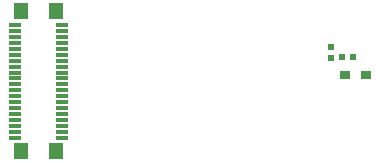
<source format=gbp>
%FSLAX25Y25*%
%MOIN*%
G70*
G01*
G75*
G04 Layer_Color=128*
%ADD10C,0.01713*%
%ADD11R,0.01969X0.01969*%
%ADD12R,0.01969X0.01969*%
%ADD13O,0.02756X0.01181*%
%ADD14O,0.01181X0.02756*%
%ADD15R,0.04724X0.06693*%
%ADD16R,0.03543X0.03150*%
%ADD17R,0.03150X0.03543*%
%ADD18R,0.03937X0.07874*%
%ADD19R,0.02362X0.01969*%
%ADD20R,0.06693X0.03150*%
%ADD21C,0.00787*%
%ADD22R,0.18504X0.18504*%
%ADD23R,0.04134X0.04134*%
%ADD24R,0.08858X0.04134*%
%ADD25O,0.06693X0.02165*%
%ADD26R,0.06693X0.05906*%
%ADD27O,0.00787X0.01969*%
%ADD28O,0.01969X0.00787*%
%ADD29R,0.01969X0.01378*%
%ADD30C,0.01969*%
%ADD31C,0.01000*%
%ADD32C,0.00787*%
%ADD33C,0.02362*%
%ADD34C,0.01575*%
%ADD35C,0.05906*%
%ADD36C,0.06693*%
%ADD37C,0.01772*%
%ADD38C,0.02598*%
%ADD39C,0.02362*%
%ADD40C,0.11811*%
%ADD41R,0.04724X0.05315*%
%ADD42R,0.03937X0.01378*%
%ADD43C,0.02756*%
%ADD44R,0.04000X0.09500*%
%ADD45C,0.00394*%
%ADD46C,0.01181*%
%ADD47C,0.00984*%
%ADD48C,0.00472*%
%ADD49C,0.00591*%
%ADD50C,0.00709*%
%ADD51C,0.00276*%
%ADD52R,0.02769X0.02769*%
%ADD53R,0.02769X0.02769*%
%ADD54O,0.03150X0.01575*%
%ADD55O,0.01575X0.03150*%
%ADD56R,0.05118X0.07087*%
%ADD57R,0.04343X0.03950*%
%ADD58R,0.03950X0.04343*%
%ADD59R,0.04737X0.08674*%
%ADD60R,0.03162X0.02769*%
%ADD61R,0.07493X0.03950*%
%ADD62C,0.01339*%
%ADD63R,0.19304X0.19304*%
%ADD64R,0.04934X0.04934*%
%ADD65R,0.09658X0.04934*%
%ADD66O,0.07493X0.02965*%
%ADD67R,0.07087X0.06299*%
%ADD68O,0.01181X0.02362*%
%ADD69O,0.02362X0.01181*%
%ADD70R,0.02598X0.02008*%
%ADD71C,0.00800*%
%ADD72C,0.06706*%
%ADD73C,0.07493*%
%ADD74C,0.12611*%
%ADD75R,0.05039X0.05630*%
%ADD76R,0.04252X0.01693*%
%ADD77C,0.03398*%
D11*
X114220Y59500D02*
D03*
X117764D02*
D03*
D12*
X110500Y62779D02*
D03*
Y59236D02*
D03*
D16*
X115000Y53500D02*
D03*
X122087D02*
D03*
D41*
X18801Y74609D02*
D03*
X6990D02*
D03*
Y28054D02*
D03*
X18801D02*
D03*
D42*
X20671Y32582D02*
D03*
Y34550D02*
D03*
Y36519D02*
D03*
Y38487D02*
D03*
Y40456D02*
D03*
Y42424D02*
D03*
Y44393D02*
D03*
Y46361D02*
D03*
Y48330D02*
D03*
Y50298D02*
D03*
Y52267D02*
D03*
Y54235D02*
D03*
Y56204D02*
D03*
Y58172D02*
D03*
Y60141D02*
D03*
Y62109D02*
D03*
Y64078D02*
D03*
Y66046D02*
D03*
Y68015D02*
D03*
Y69984D02*
D03*
X5120Y69984D02*
D03*
Y68015D02*
D03*
Y66047D02*
D03*
Y64078D02*
D03*
Y62110D02*
D03*
Y60141D02*
D03*
Y58172D02*
D03*
Y56204D02*
D03*
Y54235D02*
D03*
Y52267D02*
D03*
Y50298D02*
D03*
Y48330D02*
D03*
Y46361D02*
D03*
Y44393D02*
D03*
Y42424D02*
D03*
Y40456D02*
D03*
Y38487D02*
D03*
Y36519D02*
D03*
Y34550D02*
D03*
Y32582D02*
D03*
Y34550D02*
D03*
M02*

</source>
